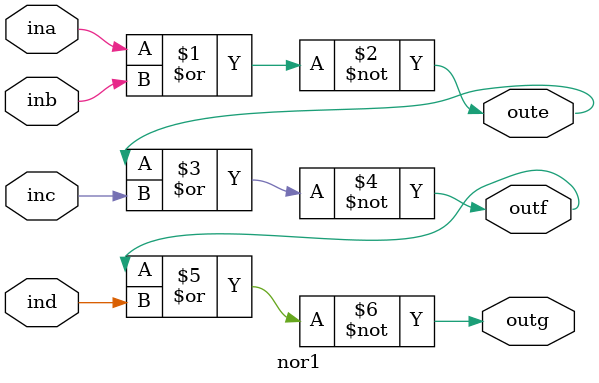
<source format=v>
`timescale 1ns / 1ps

module nor1(
    input ina, inb, inc, ind,
    output oute, outf, outg
);
    
    assign oute = ~(ina | inb);
    assign outf = ~(oute | inc);
    assign outg = ~(outf | ind);
    
endmodule

</source>
